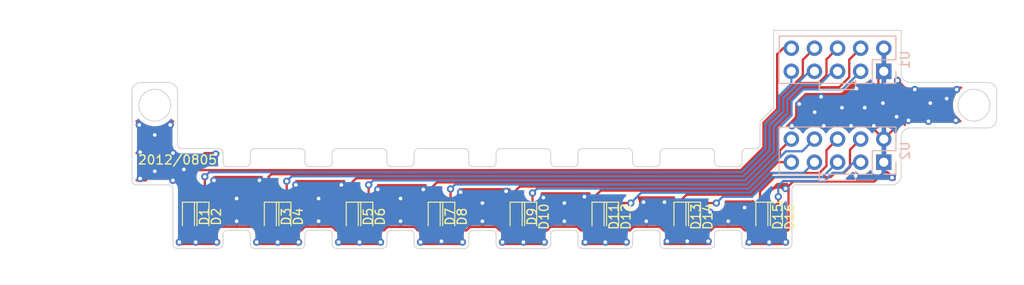
<source format=kicad_pcb>
(kicad_pcb (version 20171130) (host pcbnew "(5.1.6-0-10_14)")
  (layers (0 F.Cu signal) (31 B.Cu signal) (34 B.Paste user) (35 F.Paste user) (36 B.SilkS user) (37 F.SilkS user) (38 B.Mask user) (39 F.Mask user) (44 Edge.Cuts user))
  (net 0 "")
  (net 1 GND)
  (net 2 OUT1)
  (net 3 OUT2)
  (net 4 OUT3)
  (net 5 OUT4)
  (net 6 OUT5)
  (net 7 OUT6)
  (net 8 OUT7)
  (net 9 OUT8)
  (net 10 OUT9)
  (net 11 OUT10)
  (net 12 OUT11)
  (net 13 OUT12)
  (net 14 OUT13)
  (net 15 OUT14)
  (net 16 OUT15)
  (net 17 OUT16)
  (module Pin_Headers:Pin_Header_Straight_2x05_Pitch2.54mm (layer B.Cu) (at 193.095 102 90)
    (fp_text reference U2 (at 1.27 2.33 90) (layer B.SilkS) (effects (justify mirror)))
    (fp_text value Conn_02x05)
    (pad 1 thru_hole rect (at 0 0 90) (size 1.7 1.7) (drill 1) (layers *.Cu *.Mask) (net 1 GND))
    (pad 2 thru_hole oval (at 2.54 0 90) (size 1.7 1.7) (drill 1) (layers *.Cu *.Mask) (net 1 GND))
    (pad 3 thru_hole oval (at 0 -2.54 90) (size 1.7 1.7) (drill 1) (layers *.Cu *.Mask) (net 17 OUT16))
    (pad 4 thru_hole oval (at 2.54 -2.54 90) (size 1.7 1.7) (drill 1) (layers *.Cu *.Mask) (net 16 OUT15))
    (pad 5 thru_hole oval (at 0 -5.08 90) (size 1.7 1.7) (drill 1) (layers *.Cu *.Mask) (net 15 OUT14))
    (pad 6 thru_hole oval (at 2.54 -5.08 90) (size 1.7 1.7) (drill 1) (layers *.Cu *.Mask) (net 14 OUT13))
    (pad 7 thru_hole oval (at 0 -7.62 90) (size 1.7 1.7) (drill 1) (layers *.Cu *.Mask) (net 13 OUT12))
    (pad 8 thru_hole oval (at 2.54 -7.62 90) (size 1.7 1.7) (drill 1) (layers *.Cu *.Mask) (net 11 OUT10))
    (pad 9 thru_hole oval (at 0 -10.16 90) (size 1.7 1.7) (drill 1) (layers *.Cu *.Mask) (net 12 OUT11))
    (pad 10 thru_hole oval (at 2.54 -10.16 90) (size 1.7 1.7) (drill 1) (layers *.Cu *.Mask) (net 10 OUT9))
  )
  (module Pin_Headers:Pin_Header_Straight_2x05_Pitch2.54mm (layer B.Cu) (at 193.095 92 90)
    (fp_text reference U1 (at 1.27 2.33 90) (layer B.SilkS) (effects (justify mirror)))
    (fp_text value Conn_02x05)
    (pad 10 thru_hole oval (at 2.54 -10.16 90) (size 1.7 1.7) (drill 1) (layers *.Cu *.Mask) (net 2 OUT1))
    (pad 9 thru_hole oval (at 0 -10.16 90) (size 1.7 1.7) (drill 1) (layers *.Cu *.Mask) (net 3 OUT2))
    (pad 8 thru_hole oval (at 2.54 -7.62 90) (size 1.7 1.7) (drill 1) (layers *.Cu *.Mask) (net 4 OUT3))
    (pad 7 thru_hole oval (at 0 -7.62 90) (size 1.7 1.7) (drill 1) (layers *.Cu *.Mask) (net 5 OUT4))
    (pad 6 thru_hole oval (at 2.54 -5.08 90) (size 1.7 1.7) (drill 1) (layers *.Cu *.Mask) (net 6 OUT5))
    (pad 5 thru_hole oval (at 0 -5.08 90) (size 1.7 1.7) (drill 1) (layers *.Cu *.Mask) (net 7 OUT6))
    (pad 4 thru_hole oval (at 2.54 -2.54 90) (size 1.7 1.7) (drill 1) (layers *.Cu *.Mask) (net 8 OUT7))
    (pad 3 thru_hole oval (at 0 -2.54 90) (size 1.7 1.7) (drill 1) (layers *.Cu *.Mask) (net 9 OUT8))
    (pad 2 thru_hole oval (at 2.54 0 90) (size 1.7 1.7) (drill 1) (layers *.Cu *.Mask) (net 1 GND))
    (pad 1 thru_hole rect (at 0 0 90) (size 1.7 1.7) (drill 1) (layers *.Cu *.Mask) (net 1 GND))
  )
  (module Diodes_SMD:D_0805 (layer F.Cu) (at 116.8389 108 270)
    (fp_text reference D1 (at 0 -1.6 90) (layer F.SilkS))
    (fp_text value D_Photo)
    (pad 2 smd rect (at 1.05 0 270) (size 0.8 0.9) (layers F.Cu F.Paste F.Mask) (net 1 GND))
    (pad 1 smd rect (at -1.05 0 270) (size 0.8 0.9) (layers F.Cu F.Paste F.Mask) (net 2 OUT1))
  )
  (module Diodes_SMD:D_0805 (layer F.Cu) (at 118.1611 108 270)
    (fp_text reference D2 (at 0 -1.6 90) (layer F.SilkS))
    (fp_text value D_Photo)
    (pad 1 smd rect (at -1.05 0 270) (size 0.8 0.9) (layers F.Cu F.Paste F.Mask) (net 3 OUT2))
    (pad 2 smd rect (at 1.05 0 270) (size 0.8 0.9) (layers F.Cu F.Paste F.Mask) (net 1 GND))
  )
  (module Diodes_SMD:D_0805 (layer F.Cu) (at 125.8389 108 270)
    (fp_text reference D3 (at 0 -1.6 90) (layer F.SilkS))
    (fp_text value D_Photo)
    (pad 2 smd rect (at 1.05 0 270) (size 0.8 0.9) (layers F.Cu F.Paste F.Mask) (net 1 GND))
    (pad 1 smd rect (at -1.05 0 270) (size 0.8 0.9) (layers F.Cu F.Paste F.Mask) (net 4 OUT3))
  )
  (module Diodes_SMD:D_0805 (layer F.Cu) (at 127.1611 108 270)
    (fp_text reference D4 (at 0 -1.6 90) (layer F.SilkS))
    (fp_text value D_Photo)
    (pad 1 smd rect (at -1.05 0 270) (size 0.8 0.9) (layers F.Cu F.Paste F.Mask) (net 5 OUT4))
    (pad 2 smd rect (at 1.05 0 270) (size 0.8 0.9) (layers F.Cu F.Paste F.Mask) (net 1 GND))
  )
  (module Diodes_SMD:D_0805 (layer F.Cu) (at 134.8389 108 270)
    (fp_text reference D5 (at 0 -1.6 90) (layer F.SilkS))
    (fp_text value D_Photo)
    (pad 2 smd rect (at 1.05 0 270) (size 0.8 0.9) (layers F.Cu F.Paste F.Mask) (net 1 GND))
    (pad 1 smd rect (at -1.05 0 270) (size 0.8 0.9) (layers F.Cu F.Paste F.Mask) (net 6 OUT5))
  )
  (module Diodes_SMD:D_0805 (layer F.Cu) (at 136.1611 108 270)
    (fp_text reference D6 (at 0 -1.6 90) (layer F.SilkS))
    (fp_text value D_Photo)
    (pad 1 smd rect (at -1.05 0 270) (size 0.8 0.9) (layers F.Cu F.Paste F.Mask) (net 7 OUT6))
    (pad 2 smd rect (at 1.05 0 270) (size 0.8 0.9) (layers F.Cu F.Paste F.Mask) (net 1 GND))
  )
  (module Diodes_SMD:D_0805 (layer F.Cu) (at 143.8389 108 270)
    (fp_text reference D7 (at 0 -1.6 90) (layer F.SilkS))
    (fp_text value D_Photo)
    (pad 2 smd rect (at 1.05 0 270) (size 0.8 0.9) (layers F.Cu F.Paste F.Mask) (net 1 GND))
    (pad 1 smd rect (at -1.05 0 270) (size 0.8 0.9) (layers F.Cu F.Paste F.Mask) (net 8 OUT7))
  )
  (module Diodes_SMD:D_0805 (layer F.Cu) (at 145.1611 108 270)
    (fp_text reference D8 (at 0 -1.6 90) (layer F.SilkS))
    (fp_text value D_Photo)
    (pad 1 smd rect (at -1.05 0 270) (size 0.8 0.9) (layers F.Cu F.Paste F.Mask) (net 9 OUT8))
    (pad 2 smd rect (at 1.05 0 270) (size 0.8 0.9) (layers F.Cu F.Paste F.Mask) (net 1 GND))
  )
  (module Diodes_SMD:D_0805 (layer F.Cu) (at 152.8389 108 270)
    (fp_text reference D9 (at 0 -1.6 90) (layer F.SilkS))
    (fp_text value D_Photo)
    (pad 2 smd rect (at 1.05 0 270) (size 0.8 0.9) (layers F.Cu F.Paste F.Mask) (net 1 GND))
    (pad 1 smd rect (at -1.05 0 270) (size 0.8 0.9) (layers F.Cu F.Paste F.Mask) (net 10 OUT9))
  )
  (module Diodes_SMD:D_0805 (layer F.Cu) (at 154.1611 108 270)
    (fp_text reference D10 (at 0 -1.6 90) (layer F.SilkS))
    (fp_text value D_Photo)
    (pad 1 smd rect (at -1.05 0 270) (size 0.8 0.9) (layers F.Cu F.Paste F.Mask) (net 11 OUT10))
    (pad 2 smd rect (at 1.05 0 270) (size 0.8 0.9) (layers F.Cu F.Paste F.Mask) (net 1 GND))
  )
  (module Diodes_SMD:D_0805 (layer F.Cu) (at 161.8389 108 270)
    (fp_text reference D11 (at 0 -1.6 90) (layer F.SilkS))
    (fp_text value D_Photo)
    (pad 2 smd rect (at 1.05 0 270) (size 0.8 0.9) (layers F.Cu F.Paste F.Mask) (net 1 GND))
    (pad 1 smd rect (at -1.05 0 270) (size 0.8 0.9) (layers F.Cu F.Paste F.Mask) (net 12 OUT11))
  )
  (module Diodes_SMD:D_0805 (layer F.Cu) (at 163.1611 108 270)
    (fp_text reference D12 (at 0 -1.6 90) (layer F.SilkS))
    (fp_text value D_Photo)
    (pad 1 smd rect (at -1.05 0 270) (size 0.8 0.9) (layers F.Cu F.Paste F.Mask) (net 13 OUT12))
    (pad 2 smd rect (at 1.05 0 270) (size 0.8 0.9) (layers F.Cu F.Paste F.Mask) (net 1 GND))
  )
  (module Diodes_SMD:D_0805 (layer F.Cu) (at 170.8389 108 270)
    (fp_text reference D13 (at 0 -1.6 90) (layer F.SilkS))
    (fp_text value D_Photo)
    (pad 2 smd rect (at 1.05 0 270) (size 0.8 0.9) (layers F.Cu F.Paste F.Mask) (net 1 GND))
    (pad 1 smd rect (at -1.05 0 270) (size 0.8 0.9) (layers F.Cu F.Paste F.Mask) (net 14 OUT13))
  )
  (module Diodes_SMD:D_0805 (layer F.Cu) (at 172.1611 108 270)
    (fp_text reference D14 (at 0 -1.6 90) (layer F.SilkS))
    (fp_text value D_Photo)
    (pad 1 smd rect (at -1.05 0 270) (size 0.8 0.9) (layers F.Cu F.Paste F.Mask) (net 15 OUT14))
    (pad 2 smd rect (at 1.05 0 270) (size 0.8 0.9) (layers F.Cu F.Paste F.Mask) (net 1 GND))
  )
  (module Diodes_SMD:D_0805 (layer F.Cu) (at 179.8389 108 270)
    (fp_text reference D15 (at 0 -1.6 90) (layer F.SilkS))
    (fp_text value D_Photo)
    (pad 1 smd rect (at -1.05 0 270) (size 0.8 0.9) (layers F.Cu F.Paste F.Mask) (net 16 OUT15))
    (pad 2 smd rect (at 1.05 0 270) (size 0.8 0.9) (layers F.Cu F.Paste F.Mask) (net 1 GND))
  )
  (module Diodes_SMD:D_0805 (layer F.Cu) (at 181.1611 108 270)
    (fp_text reference D16 (at 0 -1.6 90) (layer F.SilkS))
    (fp_text value D_Photo)
    (pad 1 smd rect (at -1.05 0 270) (size 0.8 0.9) (layers F.Cu F.Paste F.Mask) (net 17 OUT16))
    (pad 2 smd rect (at 1.05 0 270) (size 0.8 0.9) (layers F.Cu F.Paste F.Mask) (net 1 GND))
  )
  (gr_text 2012/0805 (at 115.5 101.75) (layer F.SilkS) (effects (font (size 1 1))))
  (gr_line (start 190 104) (end 190 103) (layer B.SilkS) (width 0.15))
  (gr_line (start 186 104) (end 190 104) (layer B.SilkS) (width 0.15))
  (gr_line (start 186 103) (end 186 104) (layer B.SilkS) (width 0.15))
  (gr_line (start 190 94) (end 190 93) (layer B.SilkS) (width 0.15))
  (gr_line (start 186 94) (end 190 94) (layer B.SilkS) (width 0.15))
  (gr_line (start 186 93) (end 186 94) (layer B.SilkS) (width 0.15))
  (gr_arc (start 179 100) (end 179 100.5) (angle -90) (layer Edge.Cuts) (width 0.1))
  (gr_line (start 178 100.5) (end 179 100.5) (layer Edge.Cuts) (width 0.1))
  (gr_line (start 115 105) (end 115 111) (layer Edge.Cuts) (width 0.1))
  (gr_arc (start 111 104) (end 110.5 104) (angle -90) (layer Edge.Cuts) (width 0.1))
  (gr_arc (start 194 103.5) (end 194 104.5) (angle -90) (layer Edge.Cuts) (width 0.1))
  (gr_line (start 183.5 104.5) (end 194 104.5) (layer Edge.Cuts) (width 0.1))
  (gr_line (start 175 109.5) (end 177 109.5) (layer Edge.Cuts) (width 0.1))
  (gr_line (start 166 109.5) (end 168 109.5) (layer Edge.Cuts) (width 0.1))
  (gr_line (start 157 109.5) (end 159 109.5) (layer Edge.Cuts) (width 0.1))
  (gr_line (start 148 109.5) (end 150 109.5) (layer Edge.Cuts) (width 0.1))
  (gr_line (start 139 109.5) (end 141 109.5) (layer Edge.Cuts) (width 0.1))
  (gr_line (start 130 109.5) (end 132 109.5) (layer Edge.Cuts) (width 0.1))
  (gr_line (start 121 109.5) (end 123 109.5) (layer Edge.Cuts) (width 0.1))
  (gr_line (start 111 104.5) (end 114.5 104.5) (layer Edge.Cuts) (width 0.1))
  (gr_line (start 121 102.5) (end 123 102.5) (layer Edge.Cuts) (width 0.1))
  (gr_line (start 130 102.5) (end 132 102.5) (layer Edge.Cuts) (width 0.1))
  (gr_line (start 139 102.5) (end 141 102.5) (layer Edge.Cuts) (width 0.1))
  (gr_line (start 150 102.5) (end 148 102.5) (layer Edge.Cuts) (width 0.1))
  (gr_line (start 159 102.5) (end 157 102.5) (layer Edge.Cuts) (width 0.1))
  (gr_line (start 168 102.5) (end 166 102.5) (layer Edge.Cuts) (width 0.1))
  (gr_line (start 177 102.5) (end 175 102.5) (layer Edge.Cuts) (width 0.1))
  (gr_line (start 116 100.5) (end 120 100.5) (layer Edge.Cuts) (width 0.1))
  (gr_arc (start 177 102) (end 177 102.5) (angle -90) (layer Edge.Cuts) (width 0.1))
  (gr_arc (start 178 101) (end 178 100.5) (angle -90) (layer Edge.Cuts) (width 0.1))
  (gr_line (start 177.5 101) (end 177.5 102) (layer Edge.Cuts) (width 0.1))
  (gr_arc (start 121 102) (end 120.5 102) (angle -90) (layer Edge.Cuts) (width 0.1))
  (gr_arc (start 120 101) (end 120.5 101) (angle -90) (layer Edge.Cuts) (width 0.1))
  (gr_arc (start 116 100) (end 115.5 100) (angle -90) (layer Edge.Cuts) (width 0.1))
  (gr_line (start 120.5 101) (end 120.5 102) (layer Edge.Cuts) (width 0.1))
  (gr_line (start 123.5 101) (end 123.5 102) (layer Edge.Cuts) (width 0.1))
  (gr_line (start 124 100.5) (end 129 100.5) (layer Edge.Cuts) (width 0.1))
  (gr_arc (start 124 101) (end 124 100.5) (angle -90) (layer Edge.Cuts) (width 0.1))
  (gr_arc (start 130 102) (end 129.5 102) (angle -90) (layer Edge.Cuts) (width 0.1))
  (gr_arc (start 129 101) (end 129.5 101) (angle -90) (layer Edge.Cuts) (width 0.1))
  (gr_line (start 129.5 101) (end 129.5 102) (layer Edge.Cuts) (width 0.1))
  (gr_arc (start 123 102) (end 123 102.5) (angle -90) (layer Edge.Cuts) (width 0.1))
  (gr_arc (start 132 102) (end 132 102.5) (angle -90) (layer Edge.Cuts) (width 0.1))
  (gr_arc (start 133 101) (end 133 100.5) (angle -90) (layer Edge.Cuts) (width 0.1))
  (gr_line (start 133 100.5) (end 138 100.5) (layer Edge.Cuts) (width 0.1))
  (gr_line (start 138.5 101) (end 138.5 102) (layer Edge.Cuts) (width 0.1))
  (gr_arc (start 139 102) (end 138.5 102) (angle -90) (layer Edge.Cuts) (width 0.1))
  (gr_arc (start 138 101) (end 138.5 101) (angle -90) (layer Edge.Cuts) (width 0.1))
  (gr_line (start 132.5 101) (end 132.5 102) (layer Edge.Cuts) (width 0.1))
  (gr_arc (start 148 102) (end 147.5 102) (angle -90) (layer Edge.Cuts) (width 0.1))
  (gr_line (start 141.5 101) (end 141.5 102) (layer Edge.Cuts) (width 0.1))
  (gr_arc (start 147 101) (end 147.5 101) (angle -90) (layer Edge.Cuts) (width 0.1))
  (gr_arc (start 141 102) (end 141 102.5) (angle -90) (layer Edge.Cuts) (width 0.1))
  (gr_line (start 147.5 101) (end 147.5 102) (layer Edge.Cuts) (width 0.1))
  (gr_line (start 142 100.5) (end 147 100.5) (layer Edge.Cuts) (width 0.1))
  (gr_arc (start 142 101) (end 142 100.5) (angle -90) (layer Edge.Cuts) (width 0.1))
  (gr_arc (start 150 102) (end 150 102.5) (angle -90) (layer Edge.Cuts) (width 0.1))
  (gr_arc (start 151 101) (end 151 100.5) (angle -90) (layer Edge.Cuts) (width 0.1))
  (gr_line (start 151 100.5) (end 156 100.5) (layer Edge.Cuts) (width 0.1))
  (gr_arc (start 156 101) (end 156.5 101) (angle -90) (layer Edge.Cuts) (width 0.1))
  (gr_arc (start 157 102) (end 156.5 102) (angle -90) (layer Edge.Cuts) (width 0.1))
  (gr_line (start 150.5 101) (end 150.5 102) (layer Edge.Cuts) (width 0.1))
  (gr_line (start 156.5 101) (end 156.5 102) (layer Edge.Cuts) (width 0.1))
  (gr_arc (start 159 102) (end 159 102.5) (angle -90) (layer Edge.Cuts) (width 0.1))
  (gr_arc (start 160 101) (end 160 100.5) (angle -90) (layer Edge.Cuts) (width 0.1))
  (gr_line (start 165.5 101) (end 165.5 102) (layer Edge.Cuts) (width 0.1))
  (gr_arc (start 165 101) (end 165.5 101) (angle -90) (layer Edge.Cuts) (width 0.1))
  (gr_line (start 160 100.5) (end 165 100.5) (layer Edge.Cuts) (width 0.1))
  (gr_arc (start 166 102) (end 165.5 102) (angle -90) (layer Edge.Cuts) (width 0.1))
  (gr_line (start 159.5 101) (end 159.5 102) (layer Edge.Cuts) (width 0.1))
  (gr_arc (start 169 101) (end 169 100.5) (angle -90) (layer Edge.Cuts) (width 0.1))
  (gr_arc (start 168 102) (end 168 102.5) (angle -90) (layer Edge.Cuts) (width 0.1))
  (gr_arc (start 175 102) (end 174.5 102) (angle -90) (layer Edge.Cuts) (width 0.1))
  (gr_line (start 168.5 101) (end 168.5 102) (layer Edge.Cuts) (width 0.1))
  (gr_line (start 174.5 101) (end 174.5 102) (layer Edge.Cuts) (width 0.1))
  (gr_arc (start 174 101) (end 174.5 101) (angle -90) (layer Edge.Cuts) (width 0.1))
  (gr_line (start 169 100.5) (end 174 100.5) (layer Edge.Cuts) (width 0.1))
  (gr_arc (start 177 110) (end 177.5 110) (angle -90) (layer Edge.Cuts) (width 0.1))
  (gr_line (start 177.5 111) (end 177.5 110) (layer Edge.Cuts) (width 0.1))
  (gr_arc (start 178 111) (end 177.5 111) (angle -90) (layer Edge.Cuts) (width 0.1))
  (gr_arc (start 183.5 105) (end 183.5 104.5) (angle -90) (layer Edge.Cuts) (width 0.1))
  (gr_line (start 182.5 111.5) (end 178 111.5) (layer Edge.Cuts) (width 0.1))
  (gr_line (start 183 111) (end 183 105) (layer Edge.Cuts) (width 0.1))
  (gr_arc (start 182.5 111) (end 182.5 111.5) (angle -90) (layer Edge.Cuts) (width 0.1))
  (gr_line (start 174.5 111) (end 174.5 110) (layer Edge.Cuts) (width 0.1))
  (gr_arc (start 175 110) (end 175 109.5) (angle -90) (layer Edge.Cuts) (width 0.1))
  (gr_arc (start 168 110) (end 168.5 110) (angle -90) (layer Edge.Cuts) (width 0.1))
  (gr_line (start 168.5 111) (end 168.5 110) (layer Edge.Cuts) (width 0.1))
  (gr_arc (start 174 111) (end 174 111.5) (angle -90) (layer Edge.Cuts) (width 0.1))
  (gr_arc (start 169 111) (end 168.5 111) (angle -90) (layer Edge.Cuts) (width 0.1))
  (gr_line (start 174 111.5) (end 169 111.5) (layer Edge.Cuts) (width 0.1))
  (gr_arc (start 166 110) (end 166 109.5) (angle -90) (layer Edge.Cuts) (width 0.1))
  (gr_line (start 159.5 111) (end 159.5 110) (layer Edge.Cuts) (width 0.1))
  (gr_arc (start 165 111) (end 165 111.5) (angle -90) (layer Edge.Cuts) (width 0.1))
  (gr_line (start 165 111.5) (end 160 111.5) (layer Edge.Cuts) (width 0.1))
  (gr_arc (start 159 110) (end 159.5 110) (angle -90) (layer Edge.Cuts) (width 0.1))
  (gr_arc (start 160 111) (end 159.5 111) (angle -90) (layer Edge.Cuts) (width 0.1))
  (gr_line (start 165.5 111) (end 165.5 110) (layer Edge.Cuts) (width 0.1))
  (gr_arc (start 150 110) (end 150.5 110) (angle -90) (layer Edge.Cuts) (width 0.1))
  (gr_arc (start 151 111) (end 150.5 111) (angle -90) (layer Edge.Cuts) (width 0.1))
  (gr_line (start 156.5 111) (end 156.5 110) (layer Edge.Cuts) (width 0.1))
  (gr_arc (start 156 111) (end 156 111.5) (angle -90) (layer Edge.Cuts) (width 0.1))
  (gr_line (start 156 111.5) (end 151 111.5) (layer Edge.Cuts) (width 0.1))
  (gr_arc (start 157 110) (end 157 109.5) (angle -90) (layer Edge.Cuts) (width 0.1))
  (gr_line (start 150.5 111) (end 150.5 110) (layer Edge.Cuts) (width 0.1))
  (gr_line (start 147.5 111) (end 147.5 110) (layer Edge.Cuts) (width 0.1))
  (gr_arc (start 141 110) (end 141.5 110) (angle -90) (layer Edge.Cuts) (width 0.1))
  (gr_line (start 141.5 111) (end 141.5 110) (layer Edge.Cuts) (width 0.1))
  (gr_arc (start 148 110) (end 148 109.5) (angle -90) (layer Edge.Cuts) (width 0.1))
  (gr_arc (start 147 111) (end 147 111.5) (angle -90) (layer Edge.Cuts) (width 0.1))
  (gr_line (start 147 111.5) (end 142 111.5) (layer Edge.Cuts) (width 0.1))
  (gr_arc (start 142 111) (end 141.5 111) (angle -90) (layer Edge.Cuts) (width 0.1))
  (gr_line (start 138.5 111) (end 138.5 110) (layer Edge.Cuts) (width 0.1))
  (gr_arc (start 139 110) (end 139 109.5) (angle -90) (layer Edge.Cuts) (width 0.1))
  (gr_arc (start 138 111) (end 138 111.5) (angle -90) (layer Edge.Cuts) (width 0.1))
  (gr_line (start 138 111.5) (end 133 111.5) (layer Edge.Cuts) (width 0.1))
  (gr_arc (start 132 110) (end 132.5 110) (angle -90) (layer Edge.Cuts) (width 0.1))
  (gr_line (start 132.5 111) (end 132.5 110) (layer Edge.Cuts) (width 0.1))
  (gr_arc (start 133 111) (end 132.5 111) (angle -90) (layer Edge.Cuts) (width 0.1))
  (gr_line (start 129.5 111) (end 129.5 110) (layer Edge.Cuts) (width 0.1))
  (gr_arc (start 130 110) (end 130 109.5) (angle -90) (layer Edge.Cuts) (width 0.1))
  (gr_arc (start 129 111) (end 129 111.5) (angle -90) (layer Edge.Cuts) (width 0.1))
  (gr_line (start 123.5 111) (end 123.5 110) (layer Edge.Cuts) (width 0.1))
  (gr_arc (start 123 110) (end 123.5 110) (angle -90) (layer Edge.Cuts) (width 0.1))
  (gr_line (start 129 111.5) (end 124 111.5) (layer Edge.Cuts) (width 0.1))
  (gr_arc (start 124 111) (end 123.5 111) (angle -90) (layer Edge.Cuts) (width 0.1))
  (gr_arc (start 121 110) (end 121 109.5) (angle -90) (layer Edge.Cuts) (width 0.1))
  (gr_arc (start 114.5 105) (end 115 105) (angle -90) (layer Edge.Cuts) (width 0.1))
  (gr_line (start 120.5 111) (end 120.5 110) (layer Edge.Cuts) (width 0.1))
  (gr_arc (start 120 111) (end 120 111.5) (angle -90) (layer Edge.Cuts) (width 0.1))
  (gr_arc (start 115.5 111) (end 115 111) (angle -90) (layer Edge.Cuts) (width 0.1))
  (gr_line (start 120 111.5) (end 115.5 111.5) (layer Edge.Cuts) (width 0.1))
  (gr_arc (start 114.5 94.23) (end 115.5 94.23) (angle -90) (layer Edge.Cuts) (width 0.1))
  (gr_arc (start 111.5 94.23) (end 111.5 93.23) (angle -90) (layer Edge.Cuts) (width 0.1))
  (gr_line (start 111.5 93.23) (end 114.5 93.23) (layer Edge.Cuts) (width 0.1))
  (gr_line (start 110.5 104) (end 110.5 94.23) (layer Edge.Cuts) (width 0.1))
  (gr_line (start 115.5 100) (end 115.5 94.23) (layer Edge.Cuts) (width 0.1))
  (gr_circle (center 113 95.73) (end 114.75 95.73) (layer Edge.Cuts) (width 0.1))
  (gr_circle (center 203 95.73) (end 204.75 95.73) (layer Edge.Cuts) (width 0.1))
  (gr_arc (start 196 92.23) (end 195 92.23) (angle -90) (layer Edge.Cuts) (width 0.1))
  (gr_arc (start 196 99.23) (end 196 98.23) (angle -90) (layer Edge.Cuts) (width 0.1))
  (gr_line (start 195 92.23) (end 195 87.5) (layer Edge.Cuts) (width 0.1))
  (gr_arc (start 204.5 97.23) (end 204.5 98.23) (angle -90) (layer Edge.Cuts) (width 0.1))
  (gr_arc (start 204.5 94.23) (end 205.5 94.23) (angle -90) (layer Edge.Cuts) (width 0.1))
  (gr_line (start 196 98.23) (end 204.5 98.23) (layer Edge.Cuts) (width 0.1))
  (gr_line (start 205.5 94.23) (end 205.5 97.23) (layer Edge.Cuts) (width 0.1))
  (gr_line (start 196 93.23) (end 204.5 93.23) (layer Edge.Cuts) (width 0.1))
  (gr_line (start 181 96) (end 181 93) (layer Edge.Cuts) (width 0.1))
  (gr_line (start 179.5 97.5) (end 181 96) (layer Edge.Cuts) (width 0.1))
  (gr_line (start 179.5 100) (end 179.5 97.5) (layer Edge.Cuts) (width 0.1))
  (gr_line (start 181 87.5) (end 195 87.5) (layer Edge.Cuts) (width 0.1))
  (gr_line (start 181 93) (end 181 87.5) (layer Edge.Cuts) (width 0.1))
  (gr_line (start 195 103.5) (end 195 99.23) (layer Edge.Cuts) (width 0.1))
  (via (at 111.3 97.9) (size 0.8) (drill 0.4) (layers F.Cu B.Cu) (net 1))
  (segment (start 152.5 109.5) (end 154.5 109.5) (width 0.25) (layer F.Cu) (net 1))
  (segment (start 170.5 109.5) (end 172.5 109.5) (width 0.25) (layer F.Cu) (net 1))
  (segment (start 193.095 99.46) (end 193.095 102) (width 0.25) (layer F.Cu) (net 1))
  (via (at 194.5 97) (size 0.8) (drill 0.4) (layers F.Cu B.Cu) (net 1))
  (via (at 189.5 98) (size 0.8) (drill 0.4) (layers F.Cu B.Cu) (net 1))
  (segment (start 194.5 98.055) (end 194.5 97) (width 0.25) (layer F.Cu) (net 1))
  (segment (start 193.095 99.46) (end 194.5 98.055) (width 0.25) (layer F.Cu) (net 1))
  (segment (start 194.5 96) (end 192.5 94) (width 0.25) (layer F.Cu) (net 1))
  (segment (start 194.5 97) (end 194.5 96) (width 0.25) (layer F.Cu) (net 1))
  (segment (start 192.5 92.595) (end 193.095 92) (width 0.25) (layer F.Cu) (net 1))
  (segment (start 192.5 94) (end 192.5 92.595) (width 0.25) (layer F.Cu) (net 1))
  (segment (start 193.095 89.46) (end 193.095 92) (width 0.25) (layer F.Cu) (net 1))
  (via (at 195.8 97.4) (size 0.8) (drill 0.4) (layers F.Cu B.Cu) (net 1))
  (via (at 194.6 93) (size 0.8) (drill 0.4) (layers F.Cu B.Cu) (net 1))
  (via (at 201.1 94) (size 0.8) (drill 0.4) (layers F.Cu B.Cu) (net 1))
  (via (at 198.2 95.5) (size 0.8) (drill 0.4) (layers F.Cu B.Cu) (net 1))
  (via (at 196.5 94) (size 0.8) (drill 0.4) (layers F.Cu B.Cu) (net 1))
  (via (at 200 95) (size 0.8) (drill 0.4) (layers F.Cu B.Cu) (net 1))
  (segment (start 196.1 94.5) (end 196.5 94.5) (width 0.25) (layer F.Cu) (net 1))
  (segment (start 199.5 94.5) (end 200 95) (width 0.25) (layer F.Cu) (net 1))
  (segment (start 201.2 93.8) (end 200 95) (width 0.25) (layer F.Cu) (net 1))
  (segment (start 201.6 93.8) (end 201.2 93.8) (width 0.25) (layer F.Cu) (net 1))
  (segment (start 200 96) (end 200 95) (width 0.25) (layer F.Cu) (net 1))
  (segment (start 198.2 94.5) (end 199.5 94.5) (width 0.25) (layer F.Cu) (net 1))
  (segment (start 198.2 96.3) (end 198.2 94.5) (width 0.25) (layer F.Cu) (net 1))
  (segment (start 196.5 94.5) (end 198.2 94.5) (width 0.25) (layer F.Cu) (net 1))
  (segment (start 195.4 94.4) (end 195.7 94.1) (width 0.25) (layer F.Cu) (net 1))
  (segment (start 195.7 94.1) (end 196.1 94.5) (width 0.25) (layer F.Cu) (net 1))
  (segment (start 194.6 93) (end 195.7 94.1) (width 0.25) (layer F.Cu) (net 1))
  (segment (start 194.5 97) (end 195.4 97) (width 0.25) (layer F.Cu) (net 1))
  (segment (start 195.4 97) (end 195.4 94.4) (width 0.25) (layer F.Cu) (net 1))
  (segment (start 195.4 97.9) (end 195.4 97) (width 0.25) (layer F.Cu) (net 1))
  (segment (start 118.5 109.5) (end 119.8 109.5) (width 0.25) (layer F.Cu) (net 1))
  (segment (start 119.8 109.5) (end 120.192144 109.107856) (width 0.25) (layer F.Cu) (net 1))
  (segment (start 124.2 109.5) (end 125.5 109.5) (width 0.25) (layer F.Cu) (net 1))
  (segment (start 123.807856 109.107856) (end 124.2 109.5) (width 0.25) (layer F.Cu) (net 1))
  (segment (start 127.5 109.5) (end 129.1 109.5) (width 0.25) (layer F.Cu) (net 1))
  (segment (start 129.1 109.5) (end 129.492144 109.107856) (width 0.25) (layer F.Cu) (net 1))
  (segment (start 132.9 109.5) (end 134.5 109.5) (width 0.25) (layer F.Cu) (net 1))
  (segment (start 132.507856 109.107856) (end 132.9 109.5) (width 0.25) (layer F.Cu) (net 1))
  (segment (start 136.5 109.5) (end 138.2 109.5) (width 0.25) (layer F.Cu) (net 1))
  (segment (start 138.2 109.5) (end 138.575754 109.124246) (width 0.25) (layer F.Cu) (net 1))
  (segment (start 141.9 109.5) (end 143.5 109.5) (width 0.25) (layer F.Cu) (net 1))
  (segment (start 141.524246 109.124246) (end 141.9 109.5) (width 0.25) (layer F.Cu) (net 1))
  (segment (start 150.9 109.5) (end 152.5 109.5) (width 0.25) (layer F.Cu) (net 1))
  (segment (start 147.261496 109.5) (end 147.63725 109.124246) (width 0.25) (layer F.Cu) (net 1))
  (segment (start 150.524246 109.124246) (end 150.9 109.5) (width 0.25) (layer F.Cu) (net 1))
  (segment (start 145.5 109.5) (end 147.261496 109.5) (width 0.25) (layer F.Cu) (net 1))
  (segment (start 154.5 109.5) (end 156.1 109.5) (width 0.25) (layer F.Cu) (net 1))
  (segment (start 156.492144 109.107856) (end 159.407856 109.107856) (width 0.25) (layer F.Cu) (net 1))
  (segment (start 156.1 109.5) (end 156.492144 109.107856) (width 0.25) (layer F.Cu) (net 1))
  (segment (start 159.8 109.5) (end 161.5 109.5) (width 0.25) (layer F.Cu) (net 1))
  (segment (start 159.407856 109.107856) (end 159.8 109.5) (width 0.25) (layer F.Cu) (net 1))
  (segment (start 163.5 109.5) (end 165.2 109.5) (width 0.25) (layer F.Cu) (net 1))
  (segment (start 165.2 109.5) (end 165.592144 109.107856) (width 0.25) (layer F.Cu) (net 1))
  (segment (start 168.9 109.5) (end 170.5 109.5) (width 0.25) (layer F.Cu) (net 1))
  (segment (start 168.507856 109.107856) (end 168.9 109.5) (width 0.25) (layer F.Cu) (net 1))
  (segment (start 172.5 109.5) (end 174.1 109.5) (width 0.25) (layer F.Cu) (net 1))
  (segment (start 174.1 109.5) (end 174.492144 109.107856) (width 0.25) (layer F.Cu) (net 1))
  (segment (start 177.8 109.5) (end 179.5 109.5) (width 0.25) (layer F.Cu) (net 1))
  (segment (start 177.407856 109.107856) (end 177.8 109.5) (width 0.25) (layer F.Cu) (net 1))
  (segment (start 182.55 109.5) (end 182.625001 109.424999) (width 0.25) (layer F.Cu) (net 1))
  (segment (start 182.625001 109.424999) (end 182.625001 105.474999) (width 0.25) (layer F.Cu) (net 1))
  (segment (start 181.5 109.5) (end 182.55 109.5) (width 0.25) (layer F.Cu) (net 1))
  (via (at 114.7 97.9) (size 0.8) (drill 0.4) (layers F.Cu B.Cu) (net 1))
  (via (at 111.4 100.9) (size 0.8) (drill 0.4) (layers F.Cu B.Cu) (net 1))
  (via (at 111.4 103.8) (size 0.8) (drill 0.4) (layers F.Cu B.Cu) (net 1))
  (via (at 119.7 101.1) (size 0.8) (drill 0.4) (layers F.Cu B.Cu) (net 1))
  (via (at 115 101) (size 0.8) (drill 0.4) (layers F.Cu B.Cu) (net 1))
  (via (at 115 104) (size 0.8) (drill 0.4) (layers F.Cu B.Cu) (net 1))
  (via (at 119.5 104) (size 0.8) (drill 0.4) (layers F.Cu B.Cu) (net 1))
  (via (at 124.5 104) (size 0.8) (drill 0.4) (layers F.Cu B.Cu) (net 1))
  (via (at 122 108.5) (size 0.8) (drill 0.4) (layers F.Cu B.Cu) (net 1))
  (via (at 117.5 110.8) (size 0.8) (drill 0.4) (layers F.Cu B.Cu) (net 1))
  (via (at 126.5 110.8) (size 0.8) (drill 0.4) (layers F.Cu B.Cu) (net 1))
  (via (at 135.5 110.8) (size 0.8) (drill 0.4) (layers F.Cu B.Cu) (net 1))
  (via (at 144.5 110.7) (size 0.8) (drill 0.4) (layers F.Cu B.Cu) (net 1))
  (via (at 153.5 110.8) (size 0.8) (drill 0.4) (layers F.Cu B.Cu) (net 1))
  (via (at 162.5 110.8) (size 0.8) (drill 0.4) (layers F.Cu B.Cu) (net 1))
  (via (at 171.5 110.7) (size 0.8) (drill 0.4) (layers F.Cu B.Cu) (net 1))
  (via (at 180.5 110.8) (size 0.8) (drill 0.4) (layers F.Cu B.Cu) (net 1))
  (via (at 182.3 110.8) (size 0.8) (drill 0.4) (layers F.Cu B.Cu) (net 1))
  (via (at 178.3 110.8) (size 0.8) (drill 0.4) (layers F.Cu B.Cu) (net 1))
  (via (at 173.8 110.7) (size 0.8) (drill 0.4) (layers F.Cu B.Cu) (net 1))
  (via (at 169.3 110.7) (size 0.8) (drill 0.4) (layers F.Cu B.Cu) (net 1))
  (via (at 164.8 110.8) (size 0.8) (drill 0.4) (layers F.Cu B.Cu) (net 1))
  (via (at 160.3 110.8) (size 0.8) (drill 0.4) (layers F.Cu B.Cu) (net 1))
  (via (at 155.8 110.8) (size 0.8) (drill 0.4) (layers F.Cu B.Cu) (net 1))
  (via (at 151.2 110.8) (size 0.8) (drill 0.4) (layers F.Cu B.Cu) (net 1))
  (via (at 146.8 110.8) (size 0.8) (drill 0.4) (layers F.Cu B.Cu) (net 1))
  (via (at 142.2 110.8) (size 0.8) (drill 0.4) (layers F.Cu B.Cu) (net 1))
  (via (at 137.8 110.8) (size 0.8) (drill 0.4) (layers F.Cu B.Cu) (net 1))
  (via (at 133.2 110.8) (size 0.8) (drill 0.4) (layers F.Cu B.Cu) (net 1))
  (via (at 128.8 110.8) (size 0.8) (drill 0.4) (layers F.Cu B.Cu) (net 1))
  (via (at 124.2 110.8) (size 0.8) (drill 0.4) (layers F.Cu B.Cu) (net 1))
  (via (at 119.8 110.8) (size 0.8) (drill 0.4) (layers F.Cu B.Cu) (net 1))
  (via (at 115.7 110.8) (size 0.8) (drill 0.4) (layers F.Cu B.Cu) (net 1))
  (via (at 122 106) (size 0.8) (drill 0.4) (layers F.Cu B.Cu) (net 1))
  (via (at 131 106) (size 0.8) (drill 0.4) (layers F.Cu B.Cu) (net 1))
  (via (at 131 108.5) (size 0.8) (drill 0.4) (layers F.Cu B.Cu) (net 1))
  (via (at 128.5 104.5) (size 0.8) (drill 0.4) (layers F.Cu B.Cu) (net 1))
  (via (at 133.5 104.5) (size 0.8) (drill 0.4) (layers F.Cu B.Cu) (net 1))
  (via (at 140 108.5) (size 0.8) (drill 0.4) (layers F.Cu B.Cu) (net 1))
  (via (at 140 106) (size 0.8) (drill 0.4) (layers F.Cu B.Cu) (net 1))
  (via (at 142.5 105) (size 0.8) (drill 0.4) (layers F.Cu B.Cu) (net 1))
  (via (at 137.5 105) (size 0.8) (drill 0.4) (layers F.Cu B.Cu) (net 1))
  (via (at 149 108.5) (size 0.8) (drill 0.4) (layers F.Cu B.Cu) (net 1))
  (via (at 149 106.5) (size 0.8) (drill 0.4) (layers F.Cu B.Cu) (net 1))
  (via (at 146.6 105.3) (size 0.8) (drill 0.4) (layers F.Cu B.Cu) (net 1))
  (via (at 151.6 105.2) (size 0.8) (drill 0.4) (layers F.Cu B.Cu) (net 1))
  (via (at 158 108.5) (size 0.8) (drill 0.4) (layers F.Cu B.Cu) (net 1))
  (via (at 158 106.5) (size 0.8) (drill 0.4) (layers F.Cu B.Cu) (net 1))
  (via (at 155.7 105.9) (size 0.8) (drill 0.4) (layers F.Cu B.Cu) (net 1))
  (via (at 160.2 105.8) (size 0.8) (drill 0.4) (layers F.Cu B.Cu) (net 1))
  (via (at 176 108.5) (size 0.8) (drill 0.4) (layers F.Cu B.Cu) (net 1))
  (via (at 174 107.5) (size 0.8) (drill 0.4) (layers F.Cu B.Cu) (net 1))
  (via (at 177.8 107) (size 0.8) (drill 0.4) (layers F.Cu B.Cu) (net 1))
  (via (at 190 103.5) (size 0.8) (drill 0.4) (layers F.Cu B.Cu) (net 1))
  (via (at 183.8 95.6) (size 0.8) (drill 0.4) (layers F.Cu B.Cu) (net 1))
  (via (at 183 98) (size 0.8) (drill 0.4) (layers F.Cu B.Cu) (net 1))
  (via (at 186.5 98) (size 0.8) (drill 0.4) (layers F.Cu B.Cu) (net 1))
  (via (at 192 98) (size 0.8) (drill 0.4) (layers F.Cu B.Cu) (net 1))
  (via (at 186.2 94.8) (size 0.8) (drill 0.4) (layers F.Cu B.Cu) (net 1))
  (via (at 190.1 93.9) (size 0.8) (drill 0.4) (layers F.Cu B.Cu) (net 1))
  (via (at 185.5 96.5) (size 0.8) (drill 0.4) (layers F.Cu B.Cu) (net 1))
  (via (at 188.5 96) (size 0.8) (drill 0.4) (layers F.Cu B.Cu) (net 1))
  (via (at 191 96) (size 0.8) (drill 0.4) (layers F.Cu B.Cu) (net 1))
  (via (at 193 95.5) (size 0.8) (drill 0.4) (layers F.Cu B.Cu) (net 1))
  (via (at 201 97.4) (size 0.8) (drill 0.4) (layers F.Cu B.Cu) (net 1))
  (via (at 198 97.5) (size 0.8) (drill 0.4) (layers F.Cu B.Cu) (net 1))
  (via (at 113 103) (size 0.8) (drill 0.4) (layers F.Cu B.Cu) (net 1))
  (via (at 113 99) (size 0.8) (drill 0.4) (layers F.Cu B.Cu) (net 1))
  (via (at 116.2 102.8) (size 0.8) (drill 0.4) (layers F.Cu B.Cu) (net 1))
  (segment (start 112.5 99) (end 113 99) (width 0.25) (layer F.Cu) (net 1))
  (segment (start 111 97.5) (end 112.5 99) (width 0.25) (layer F.Cu) (net 1))
  (segment (start 113.5 99) (end 113 99) (width 0.25) (layer F.Cu) (net 1))
  (segment (start 115 97.5) (end 113.5 99) (width 0.25) (layer F.Cu) (net 1))
  (segment (start 111 101) (end 113 99) (width 0.25) (layer F.Cu) (net 1))
  (segment (start 115 101) (end 113 99) (width 0.25) (layer F.Cu) (net 1))
  (segment (start 113 103) (end 115 101) (width 0.25) (layer F.Cu) (net 1))
  (segment (start 115 101.5) (end 115 101) (width 0.25) (layer F.Cu) (net 1))
  (segment (start 116.5 103) (end 115 101.5) (width 0.25) (layer F.Cu) (net 1))
  (segment (start 118.5 101) (end 116.5 103) (width 0.25) (layer F.Cu) (net 1))
  (segment (start 120 101) (end 118.5 101) (width 0.25) (layer F.Cu) (net 1))
  (segment (start 115.5 111) (end 117.5 111) (width 0.25) (layer F.Cu) (net 1))
  (segment (start 118.5 109.5) (end 118.5 111) (width 0.25) (layer F.Cu) (net 1))
  (segment (start 118.5 111) (end 120 111) (width 0.25) (layer F.Cu) (net 1))
  (segment (start 117.5 111) (end 118.5 111) (width 0.25) (layer F.Cu) (net 1))
  (segment (start 122 109) (end 121.892144 109.107856) (width 0.25) (layer F.Cu) (net 1))
  (segment (start 122 108.5) (end 122 109) (width 0.25) (layer F.Cu) (net 1))
  (segment (start 121.892144 109.107856) (end 123.807856 109.107856) (width 0.25) (layer F.Cu) (net 1))
  (segment (start 120.192144 109.107856) (end 121.892144 109.107856) (width 0.25) (layer F.Cu) (net 1))
  (segment (start 122 106) (end 122 108.5) (width 0.25) (layer F.Cu) (net 1))
  (segment (start 121.5 106) (end 122 106) (width 0.25) (layer F.Cu) (net 1))
  (segment (start 119.5 104) (end 121.5 106) (width 0.25) (layer F.Cu) (net 1))
  (segment (start 122.5 106) (end 122 106) (width 0.25) (layer F.Cu) (net 1))
  (segment (start 124.5 104) (end 122.5 106) (width 0.25) (layer F.Cu) (net 1))
  (segment (start 131 109) (end 130.892144 109.107856) (width 0.25) (layer F.Cu) (net 1))
  (segment (start 130.892144 109.107856) (end 132.507856 109.107856) (width 0.25) (layer F.Cu) (net 1))
  (segment (start 131 108.5) (end 131 109) (width 0.25) (layer F.Cu) (net 1))
  (segment (start 129.492144 109.107856) (end 130.892144 109.107856) (width 0.25) (layer F.Cu) (net 1))
  (segment (start 124 111) (end 126.5 111) (width 0.25) (layer F.Cu) (net 1))
  (segment (start 127.5 109.5) (end 127.5 111) (width 0.25) (layer F.Cu) (net 1))
  (segment (start 127.5 111) (end 129 111) (width 0.25) (layer F.Cu) (net 1))
  (segment (start 126.5 111) (end 127.5 111) (width 0.25) (layer F.Cu) (net 1))
  (segment (start 131 106) (end 131 108.5) (width 0.25) (layer F.Cu) (net 1))
  (segment (start 129.5 104.5) (end 131 106) (width 0.25) (layer F.Cu) (net 1))
  (segment (start 128.5 104.5) (end 129.5 104.5) (width 0.25) (layer F.Cu) (net 1))
  (segment (start 132.5 104.5) (end 131 106) (width 0.25) (layer F.Cu) (net 1))
  (segment (start 133.5 104.5) (end 132.5 104.5) (width 0.25) (layer F.Cu) (net 1))
  (segment (start 133 111) (end 135.5 111) (width 0.25) (layer F.Cu) (net 1))
  (segment (start 136.5 109.5) (end 136.5 111) (width 0.25) (layer F.Cu) (net 1))
  (segment (start 136.5 111) (end 138 111) (width 0.25) (layer F.Cu) (net 1))
  (segment (start 135.5 111) (end 136.5 111) (width 0.25) (layer F.Cu) (net 1))
  (segment (start 139 105) (end 140 106) (width 0.25) (layer F.Cu) (net 1))
  (segment (start 137.5 105) (end 139 105) (width 0.25) (layer F.Cu) (net 1))
  (segment (start 141 105) (end 140 106) (width 0.25) (layer F.Cu) (net 1))
  (segment (start 142.5 105) (end 141 105) (width 0.25) (layer F.Cu) (net 1))
  (segment (start 140 106) (end 140 108.5) (width 0.25) (layer F.Cu) (net 1))
  (segment (start 140 109) (end 140.124246 109.124246) (width 0.25) (layer F.Cu) (net 1))
  (segment (start 140 108.5) (end 140 109) (width 0.25) (layer F.Cu) (net 1))
  (segment (start 140.124246 109.124246) (end 141.524246 109.124246) (width 0.25) (layer F.Cu) (net 1))
  (segment (start 138.575754 109.124246) (end 140.124246 109.124246) (width 0.25) (layer F.Cu) (net 1))
  (segment (start 142 111) (end 144.5 111) (width 0.25) (layer F.Cu) (net 1))
  (segment (start 145.5 109.5) (end 145.5 111) (width 0.25) (layer F.Cu) (net 1))
  (segment (start 145.5 111) (end 147 111) (width 0.25) (layer F.Cu) (net 1))
  (segment (start 144.5 111) (end 145.5 111) (width 0.25) (layer F.Cu) (net 1))
  (segment (start 147.5 105) (end 149 106.5) (width 0.25) (layer F.Cu) (net 1))
  (segment (start 146.5 105) (end 147.5 105) (width 0.25) (layer F.Cu) (net 1))
  (segment (start 150.5 105) (end 149 106.5) (width 0.25) (layer F.Cu) (net 1))
  (segment (start 152 105) (end 150.5 105) (width 0.25) (layer F.Cu) (net 1))
  (segment (start 149 106.5) (end 149 108.5) (width 0.25) (layer F.Cu) (net 1))
  (segment (start 149 109) (end 149.124246 109.124246) (width 0.25) (layer F.Cu) (net 1))
  (segment (start 149 108.5) (end 149 109) (width 0.25) (layer F.Cu) (net 1))
  (segment (start 149.124246 109.124246) (end 150.524246 109.124246) (width 0.25) (layer F.Cu) (net 1))
  (segment (start 147.63725 109.124246) (end 149.124246 109.124246) (width 0.25) (layer F.Cu) (net 1))
  (segment (start 151 111) (end 153.5 111) (width 0.25) (layer F.Cu) (net 1))
  (segment (start 154.5 109.5) (end 154.5 111) (width 0.25) (layer F.Cu) (net 1))
  (segment (start 154.5 111) (end 156 111) (width 0.25) (layer F.Cu) (net 1))
  (segment (start 153.5 111) (end 154.5 111) (width 0.25) (layer F.Cu) (net 1))
  (segment (start 157 105.5) (end 158 106.5) (width 0.25) (layer F.Cu) (net 1))
  (segment (start 155.5 105.5) (end 157 105.5) (width 0.25) (layer F.Cu) (net 1))
  (segment (start 159 105.5) (end 158 106.5) (width 0.25) (layer F.Cu) (net 1))
  (segment (start 160.5 105.5) (end 159 105.5) (width 0.25) (layer F.Cu) (net 1))
  (segment (start 158 106.5) (end 158 108.5) (width 0.25) (layer F.Cu) (net 1))
  (segment (start 158 108.5) (end 158 109) (width 0.25) (layer F.Cu) (net 1))
  (segment (start 160 111) (end 162.5 111) (width 0.25) (layer F.Cu) (net 1))
  (segment (start 163.5 109.5) (end 163.5 111) (width 0.25) (layer F.Cu) (net 1))
  (segment (start 163.5 111) (end 165 111) (width 0.25) (layer F.Cu) (net 1))
  (segment (start 162.5 111) (end 163.5 111) (width 0.25) (layer F.Cu) (net 1))
  (via (at 167 108.5) (size 0.8) (drill 0.4) (layers F.Cu B.Cu) (net 1))
  (via (at 169 106.4) (size 0.8) (drill 0.4) (layers F.Cu B.Cu) (net 1))
  (via (at 166.7 106.4) (size 0.8) (drill 0.4) (layers F.Cu B.Cu) (net 1))
  (segment (start 169 106) (end 167 106) (width 0.25) (layer F.Cu) (net 1))
  (segment (start 167 106) (end 167 108.5) (width 0.25) (layer F.Cu) (net 1))
  (segment (start 167 109) (end 167.107856 109.107856) (width 0.25) (layer F.Cu) (net 1))
  (segment (start 167 108.5) (end 167 109) (width 0.25) (layer F.Cu) (net 1))
  (segment (start 167.107856 109.107856) (end 168.507856 109.107856) (width 0.25) (layer F.Cu) (net 1))
  (segment (start 165.592144 109.107856) (end 167.107856 109.107856) (width 0.25) (layer F.Cu) (net 1))
  (segment (start 169 111) (end 171.5 111) (width 0.25) (layer F.Cu) (net 1))
  (segment (start 172.5 109.5) (end 172.5 111) (width 0.25) (layer F.Cu) (net 1))
  (segment (start 172.5 111) (end 174 111) (width 0.25) (layer F.Cu) (net 1))
  (segment (start 171.5 111) (end 172.5 111) (width 0.25) (layer F.Cu) (net 1))
  (segment (start 175 107.5) (end 176 108.5) (width 0.25) (layer F.Cu) (net 1))
  (segment (start 174 107.5) (end 175 107.5) (width 0.25) (layer F.Cu) (net 1))
  (segment (start 178 106.5) (end 176 108.5) (width 0.25) (layer F.Cu) (net 1))
  (segment (start 176 108.5) (end 176 109) (width 0.25) (layer F.Cu) (net 1))
  (segment (start 176 109) (end 175.892144 109.107856) (width 0.25) (layer F.Cu) (net 1))
  (segment (start 175.892144 109.107856) (end 177.407856 109.107856) (width 0.25) (layer F.Cu) (net 1))
  (segment (start 174.492144 109.107856) (end 175.892144 109.107856) (width 0.25) (layer F.Cu) (net 1))
  (segment (start 178 111) (end 180.5 111) (width 0.25) (layer F.Cu) (net 1))
  (segment (start 181.5 109.5) (end 181.5 111) (width 0.25) (layer F.Cu) (net 1))
  (segment (start 181.5 111) (end 182.5 111) (width 0.25) (layer F.Cu) (net 1))
  (segment (start 180.5 111) (end 181.5 111) (width 0.25) (layer F.Cu) (net 1))
  (segment (start 183.5 97.5) (end 183.5 95.5) (width 0.25) (layer F.Cu) (net 1))
  (segment (start 183 98) (end 183.5 97.5) (width 0.25) (layer F.Cu) (net 1))
  (segment (start 192 98.365) (end 193.095 99.46) (width 0.25) (layer F.Cu) (net 1))
  (segment (start 192 98) (end 192 98.365) (width 0.25) (layer F.Cu) (net 1))
  (segment (start 192 98) (end 189.5 98) (width 0.25) (layer F.Cu) (net 1))
  (segment (start 189.5 98) (end 186.5 98) (width 0.25) (layer F.Cu) (net 1))
  (segment (start 186.5 98) (end 183 98) (width 0.25) (layer F.Cu) (net 1))
  (segment (start 185.5 95.5) (end 186.5 94.5) (width 0.25) (layer F.Cu) (net 1))
  (segment (start 183.5 95.5) (end 185.5 95.5) (width 0.25) (layer F.Cu) (net 1))
  (segment (start 185.5 96.5) (end 185.5 95.5) (width 0.25) (layer F.Cu) (net 1))
  (segment (start 186 96) (end 185.5 96.5) (width 0.25) (layer F.Cu) (net 1))
  (segment (start 188.5 96) (end 186 96) (width 0.25) (layer F.Cu) (net 1))
  (segment (start 188.5 96) (end 191 96) (width 0.25) (layer F.Cu) (net 1))
  (segment (start 190 95) (end 191 96) (width 0.25) (layer F.Cu) (net 1))
  (segment (start 190 93.5) (end 190 95) (width 0.25) (layer F.Cu) (net 1))
  (segment (start 191.5 95.5) (end 191 96) (width 0.25) (layer F.Cu) (net 1))
  (segment (start 193 95.5) (end 191.5 95.5) (width 0.25) (layer F.Cu) (net 1))
  (segment (start 198 96.5) (end 198.2 96.3) (width 0.25) (layer F.Cu) (net 1))
  (segment (start 198 97.5) (end 198 96.5) (width 0.25) (layer F.Cu) (net 1))
  (segment (start 201.5 97.5) (end 200 96) (width 0.25) (layer F.Cu) (net 1))
  (segment (start 119.5 104) (end 118.5 105) (width 0.25) (layer B.Cu) (net 1))
  (segment (start 118.5 105) (end 117.5 104) (width 0.25) (layer B.Cu) (net 1))
  (segment (start 116.5 103) (end 116.5 104) (width 0.25) (layer B.Cu) (net 1))
  (segment (start 116.5 104) (end 115 104) (width 0.25) (layer B.Cu) (net 1))
  (segment (start 117.5 104) (end 116.5 104) (width 0.25) (layer B.Cu) (net 1))
  (segment (start 183.136506 104.12499) (end 182.62499 104.636506) (width 0.25) (layer F.Cu) (net 1))
  (segment (start 193.095 103.1) (end 192.07001 104.12499) (width 0.25) (layer F.Cu) (net 1))
  (segment (start 193.095 102) (end 193.095 103.1) (width 0.25) (layer F.Cu) (net 1))
  (segment (start 190 104.04998) (end 189.92499 104.12499) (width 0.25) (layer F.Cu) (net 1))
  (segment (start 190 103.5) (end 190 104.04998) (width 0.25) (layer F.Cu) (net 1))
  (segment (start 189.92499 104.12499) (end 183.136506 104.12499) (width 0.25) (layer F.Cu) (net 1))
  (segment (start 192.07001 104.12499) (end 189.92499 104.12499) (width 0.25) (layer F.Cu) (net 1))
  (via (at 194 103.7) (size 0.8) (drill 0.4) (layers F.Cu B.Cu) (net 1))
  (via (at 182.3 104.9) (size 0.8) (drill 0.4) (layers F.Cu B.Cu) (net 1))
  (segment (start 182.5 104.85002) (end 182.62499 104.97501) (width 0.25) (layer F.Cu) (net 1))
  (segment (start 182.5 104.7) (end 182.5 104.85002) (width 0.25) (layer F.Cu) (net 1))
  (segment (start 182.62499 104.97501) (end 182.62499 105.474999) (width 0.25) (layer F.Cu) (net 1))
  (segment (start 182.62499 104.636506) (end 182.62499 104.97501) (width 0.25) (layer F.Cu) (net 1))
  (segment (start 193.5 103.1) (end 193.095 103.1) (width 0.25) (layer F.Cu) (net 1))
  (segment (start 194.3 103.9) (end 193.5 103.1) (width 0.25) (layer F.Cu) (net 1))
  (segment (start 112 104) (end 113 103) (width 0.25) (layer F.Cu) (net 1))
  (segment (start 111 104) (end 112 104) (width 0.25) (layer F.Cu) (net 1))
  (segment (start 181.25 109.25) (end 181.5 109.5) (width 0.25) (layer F.Cu) (net 1))
  (segment (start 181.25 109.05) (end 181.25 109.25) (width 0.25) (layer F.Cu) (net 1))
  (segment (start 179.75 109.05) (end 179.75 109.5) (width 0.25) (layer F.Cu) (net 1))
  (segment (start 179.75 109.5) (end 181.5 109.5) (width 0.25) (layer F.Cu) (net 1))
  (segment (start 179.5 109.5) (end 179.75 109.5) (width 0.25) (layer F.Cu) (net 1))
  (segment (start 172.25 109.25) (end 172.5 109.5) (width 0.25) (layer F.Cu) (net 1))
  (segment (start 172.25 109.05) (end 172.25 109.25) (width 0.25) (layer F.Cu) (net 1))
  (segment (start 170.75 109.25) (end 170.5 109.5) (width 0.25) (layer F.Cu) (net 1))
  (segment (start 170.75 109.05) (end 170.75 109.25) (width 0.25) (layer F.Cu) (net 1))
  (segment (start 163.25 109.25) (end 163.5 109.5) (width 0.25) (layer F.Cu) (net 1))
  (segment (start 163.25 109.05) (end 163.25 109.25) (width 0.25) (layer F.Cu) (net 1))
  (segment (start 161.75 109.05) (end 161.75 109.5) (width 0.25) (layer F.Cu) (net 1))
  (segment (start 161.75 109.5) (end 163.5 109.5) (width 0.25) (layer F.Cu) (net 1))
  (segment (start 161.5 109.5) (end 161.75 109.5) (width 0.25) (layer F.Cu) (net 1))
  (segment (start 154.25 109.25) (end 154.5 109.5) (width 0.25) (layer F.Cu) (net 1))
  (segment (start 154.25 109.05) (end 154.25 109.25) (width 0.25) (layer F.Cu) (net 1))
  (segment (start 152.75 109.25) (end 152.5 109.5) (width 0.25) (layer F.Cu) (net 1))
  (segment (start 152.75 109.05) (end 152.75 109.25) (width 0.25) (layer F.Cu) (net 1))
  (segment (start 145.25 109.05) (end 145.25 109.25) (width 0.25) (layer F.Cu) (net 1))
  (segment (start 145 109.5) (end 145.5 109.5) (width 0.25) (layer F.Cu) (net 1))
  (segment (start 145.25 109.25) (end 145 109.5) (width 0.25) (layer F.Cu) (net 1))
  (segment (start 143.75 109.05) (end 143.75 109.5) (width 0.25) (layer F.Cu) (net 1))
  (segment (start 143.75 109.5) (end 145 109.5) (width 0.25) (layer F.Cu) (net 1))
  (segment (start 143.5 109.5) (end 143.75 109.5) (width 0.25) (layer F.Cu) (net 1))
  (segment (start 136.25 109.25) (end 136.5 109.5) (width 0.25) (layer F.Cu) (net 1))
  (segment (start 136.25 109.05) (end 136.25 109.25) (width 0.25) (layer F.Cu) (net 1))
  (segment (start 134.75 109.05) (end 134.75 109.5) (width 0.25) (layer F.Cu) (net 1))
  (segment (start 134.75 109.5) (end 136.5 109.5) (width 0.25) (layer F.Cu) (net 1))
  (segment (start 134.5 109.5) (end 134.75 109.5) (width 0.25) (layer F.Cu) (net 1))
  (segment (start 127.25 109.05) (end 127.25 109.5) (width 0.25) (layer F.Cu) (net 1))
  (segment (start 127.25 109.5) (end 127.5 109.5) (width 0.25) (layer F.Cu) (net 1))
  (segment (start 125.75 109.25) (end 126 109.5) (width 0.25) (layer F.Cu) (net 1))
  (segment (start 125.75 109.05) (end 125.75 109.25) (width 0.25) (layer F.Cu) (net 1))
  (segment (start 126 109.5) (end 127.25 109.5) (width 0.25) (layer F.Cu) (net 1))
  (segment (start 125.5 109.5) (end 126 109.5) (width 0.25) (layer F.Cu) (net 1))
  (segment (start 118.25 109.05) (end 118.25 109.5) (width 0.25) (layer F.Cu) (net 1))
  (segment (start 118.25 109.5) (end 118.5 109.5) (width 0.25) (layer F.Cu) (net 1))
  (segment (start 116.75 109.05) (end 116.75 109.25) (width 0.25) (layer F.Cu) (net 1))
  (segment (start 117 109.5) (end 118.25 109.5) (width 0.25) (layer F.Cu) (net 1))
  (segment (start 116.75 109.25) (end 117 109.5) (width 0.25) (layer F.Cu) (net 1))
  (segment (start 116.5 109.5) (end 117 109.5) (width 0.25) (layer F.Cu) (net 1))
  (segment (start 182.04 89.46) (end 182.935 89.46) (width 0.25) (layer F.Cu) (net 2))
  (segment (start 181.37501 90.12499) (end 182.04 89.46) (width 0.25) (layer F.Cu) (net 2))
  (segment (start 117.52499 102.87501) (end 177.386674 102.87501) (width 0.25) (layer F.Cu) (net 2))
  (segment (start 116.5 103.9) (end 117.52499 102.87501) (width 0.25) (layer F.Cu) (net 2))
  (segment (start 116.5 106.5) (end 116.5 103.9) (width 0.25) (layer F.Cu) (net 2))
  (segment (start 177.386674 102.87501) (end 179.87501 100.386674) (width 0.25) (layer F.Cu) (net 2))
  (segment (start 181.37501 96.155334) (end 181.37501 94.52499) (width 0.25) (layer F.Cu) (net 2))
  (segment (start 179.87501 97.655334) (end 181.37501 96.155334) (width 0.25) (layer F.Cu) (net 2))
  (segment (start 179.87501 100.386674) (end 179.87501 97.655334) (width 0.25) (layer F.Cu) (net 2))
  (segment (start 181.37501 94.52499) (end 181.37501 90.12499) (width 0.25) (layer F.Cu) (net 2))
  (segment (start 181.37501 94.655334) (end 181.37501 94.52499) (width 0.25) (layer F.Cu) (net 2))
  (segment (start 116.75 106.75) (end 116.5 106.5) (width 0.25) (layer F.Cu) (net 2))
  (segment (start 116.75 106.95) (end 116.75 106.75) (width 0.25) (layer F.Cu) (net 2))
  (via (at 118.5 103.60001) (size 0.8) (drill 0.4) (layers F.Cu B.Cu) (net 3))
  (segment (start 118.5 106.5) (end 118.5 103.60001) (width 0.25) (layer F.Cu) (net 3))
  (segment (start 119.00001 103.1) (end 118.5 103.60001) (width 0.25) (layer B.Cu) (net 3))
  (segment (start 177.5 103.1) (end 119.00001 103.1) (width 0.25) (layer B.Cu) (net 3))
  (segment (start 182.935 93.365) (end 182.935 92) (width 0.25) (layer B.Cu) (net 3))
  (segment (start 177.5 103.1) (end 180.1 100.5) (width 0.25) (layer B.Cu) (net 3))
  (segment (start 180.1 100.5) (end 180.1 97.8) (width 0.25) (layer B.Cu) (net 3))
  (segment (start 180.1 97.8) (end 181.6 96.3) (width 0.25) (layer B.Cu) (net 3))
  (segment (start 181.6 94.7) (end 182.935 93.365) (width 0.25) (layer B.Cu) (net 3))
  (segment (start 181.6 96.3) (end 181.6 94.7) (width 0.25) (layer B.Cu) (net 3))
  (segment (start 118.25 106.75) (end 118.5 106.5) (width 0.25) (layer F.Cu) (net 3))
  (segment (start 118.25 106.95) (end 118.25 106.75) (width 0.25) (layer F.Cu) (net 3))
  (segment (start 125.5 106.5) (end 125.5 103.62502) (width 0.25) (layer F.Cu) (net 4))
  (segment (start 125.8 103.32502) (end 177.573075 103.325019) (width 0.25) (layer F.Cu) (net 4))
  (segment (start 125.5 103.62502) (end 125.8 103.32502) (width 0.25) (layer F.Cu) (net 4))
  (segment (start 184.2 90.735) (end 185.475 89.46) (width 0.25) (layer F.Cu) (net 4))
  (segment (start 184.2 92.466754) (end 184.2 90.735) (width 0.25) (layer F.Cu) (net 4))
  (segment (start 177.573075 103.325019) (end 180.32502 100.573074) (width 0.25) (layer F.Cu) (net 4))
  (segment (start 180.32502 100.573074) (end 180.32502 97.841734) (width 0.25) (layer F.Cu) (net 4))
  (segment (start 180.32502 97.841734) (end 181.82502 96.341734) (width 0.25) (layer F.Cu) (net 4))
  (segment (start 181.82502 94.841734) (end 181.82502 96.341734) (width 0.25) (layer F.Cu) (net 4))
  (segment (start 184.2 92.466754) (end 181.82502 94.841734) (width 0.25) (layer F.Cu) (net 4))
  (segment (start 125.75 106.75) (end 125.5 106.5) (width 0.25) (layer F.Cu) (net 4))
  (segment (start 125.75 106.95) (end 125.75 106.75) (width 0.25) (layer F.Cu) (net 4))
  (segment (start 185.475 92.635358) (end 185.475 92) (width 0.25) (layer B.Cu) (net 5))
  (segment (start 127.5 106.5) (end 127.5 104.1) (width 0.25) (layer F.Cu) (net 5))
  (via (at 127.5 104.1) (size 0.8) (drill 0.4) (layers F.Cu B.Cu) (net 5))
  (segment (start 128.04999 103.55001) (end 177.686401 103.550009) (width 0.25) (layer B.Cu) (net 5))
  (segment (start 127.5 104.1) (end 128.04999 103.55001) (width 0.25) (layer B.Cu) (net 5))
  (segment (start 177.686401 103.550009) (end 180.55001 100.6864) (width 0.25) (layer B.Cu) (net 5))
  (segment (start 180.55001 100.6864) (end 180.55001 97.9864) (width 0.25) (layer B.Cu) (net 5))
  (segment (start 180.55001 97.9864) (end 182.05001 96.4864) (width 0.25) (layer B.Cu) (net 5))
  (segment (start 182.05001 96.4864) (end 182.05001 94.8864) (width 0.25) (layer B.Cu) (net 5))
  (segment (start 184.93641 92) (end 185.475 92) (width 0.25) (layer B.Cu) (net 5))
  (segment (start 182.05001 94.8864) (end 184.93641 92) (width 0.25) (layer B.Cu) (net 5))
  (segment (start 127.25 106.75) (end 127.5 106.5) (width 0.25) (layer F.Cu) (net 5))
  (segment (start 127.25 106.95) (end 127.25 106.75) (width 0.25) (layer F.Cu) (net 5))
  (segment (start 186.8 90.675) (end 188.015 89.46) (width 0.25) (layer F.Cu) (net 6))
  (segment (start 186.8 92.414002) (end 186.8 90.675) (width 0.25) (layer F.Cu) (net 6))
  (segment (start 184.003164 93.3) (end 185.914002 93.3) (width 0.25) (layer F.Cu) (net 6))
  (segment (start 185.914002 93.3) (end 186.8 92.414002) (width 0.25) (layer F.Cu) (net 6))
  (segment (start 134.5 104.4) (end 135.124972 103.775028) (width 0.25) (layer F.Cu) (net 6))
  (segment (start 135.124972 103.775028) (end 177.759476 103.775028) (width 0.25) (layer F.Cu) (net 6))
  (segment (start 134.5 106.5) (end 134.5 104.4) (width 0.25) (layer F.Cu) (net 6))
  (segment (start 182.27503 95.028134) (end 184.003164 93.3) (width 0.25) (layer F.Cu) (net 6))
  (segment (start 180.77503 98.028134) (end 182.27503 96.528134) (width 0.25) (layer F.Cu) (net 6))
  (segment (start 182.27503 96.528134) (end 182.27503 95.028134) (width 0.25) (layer F.Cu) (net 6))
  (segment (start 180.77503 100.759474) (end 180.77503 98.028134) (width 0.25) (layer F.Cu) (net 6))
  (segment (start 177.759476 103.775028) (end 180.77503 100.759474) (width 0.25) (layer F.Cu) (net 6))
  (segment (start 134.75 106.75) (end 134.5 106.5) (width 0.25) (layer F.Cu) (net 6))
  (segment (start 134.75 106.95) (end 134.75 106.75) (width 0.25) (layer F.Cu) (net 6))
  (segment (start 136.5 106.5) (end 136.5 105) (width 0.25) (layer F.Cu) (net 7))
  (via (at 136.5 104.500028) (size 0.8) (drill 0.4) (layers F.Cu B.Cu) (net 7))
  (segment (start 136.5 105) (end 136.5 104.500028) (width 0.25) (layer F.Cu) (net 7))
  (segment (start 184.03641 93.53641) (end 185.96359 93.53641) (width 0.25) (layer B.Cu) (net 7))
  (segment (start 185.96359 93.53641) (end 187.5 92) (width 0.25) (layer B.Cu) (net 7))
  (segment (start 136.5 104.500028) (end 137.00001 104.000018) (width 0.25) (layer B.Cu) (net 7))
  (segment (start 187.5 92) (end 188.015 92) (width 0.25) (layer B.Cu) (net 7))
  (segment (start 137.00001 104.000018) (end 177.872802 104.000018) (width 0.25) (layer B.Cu) (net 7))
  (segment (start 182.50002 96.6728) (end 182.50002 95.0728) (width 0.25) (layer B.Cu) (net 7))
  (segment (start 182.50002 95.0728) (end 184.03641 93.53641) (width 0.25) (layer B.Cu) (net 7))
  (segment (start 181.00002 98.1728) (end 182.50002 96.6728) (width 0.25) (layer B.Cu) (net 7))
  (segment (start 181.00002 100.8728) (end 181.00002 98.1728) (width 0.25) (layer B.Cu) (net 7))
  (segment (start 177.872802 104.000018) (end 181.00002 100.8728) (width 0.25) (layer B.Cu) (net 7))
  (segment (start 136.25 106.75) (end 136.5 106.5) (width 0.25) (layer F.Cu) (net 7))
  (segment (start 136.25 106.95) (end 136.25 106.75) (width 0.25) (layer F.Cu) (net 7))
  (segment (start 184.189564 93.75001) (end 188.19399 93.75001) (width 0.25) (layer F.Cu) (net 8))
  (segment (start 188.19399 93.75001) (end 189.3 92.644) (width 0.25) (layer F.Cu) (net 8))
  (segment (start 189.3 90.715) (end 190.555 89.46) (width 0.25) (layer F.Cu) (net 8))
  (segment (start 144 104.225038) (end 177.945877 104.225037) (width 0.25) (layer F.Cu) (net 8))
  (segment (start 143.5 106.5) (end 143.5 104.725038) (width 0.25) (layer F.Cu) (net 8))
  (segment (start 143.5 104.725038) (end 144 104.225038) (width 0.25) (layer F.Cu) (net 8))
  (segment (start 189.3 92.644) (end 189.3 90.715) (width 0.25) (layer F.Cu) (net 8))
  (segment (start 181.225039 98.214535) (end 182.72504 96.714534) (width 0.25) (layer F.Cu) (net 8))
  (segment (start 181.225039 100.945875) (end 181.225039 98.214535) (width 0.25) (layer F.Cu) (net 8))
  (segment (start 177.945877 104.225037) (end 181.225039 100.945875) (width 0.25) (layer F.Cu) (net 8))
  (segment (start 182.72504 96.714534) (end 182.72504 95.214534) (width 0.25) (layer F.Cu) (net 8))
  (segment (start 182.72504 95.214534) (end 184.189564 93.75001) (width 0.25) (layer F.Cu) (net 8))
  (segment (start 143.75 106.75) (end 143.5 106.5) (width 0.25) (layer F.Cu) (net 8))
  (segment (start 143.75 106.95) (end 143.75 106.75) (width 0.25) (layer F.Cu) (net 8))
  (segment (start 190.53641 92) (end 190.555 92) (width 0.25) (layer B.Cu) (net 9))
  (segment (start 145.5 106.5) (end 145.5 105) (width 0.25) (layer F.Cu) (net 9))
  (via (at 145.5 104.950038) (size 0.8) (drill 0.4) (layers F.Cu B.Cu) (net 9))
  (segment (start 145.5 105) (end 145.5 104.950038) (width 0.25) (layer F.Cu) (net 9))
  (segment (start 184.22281 93.98642) (end 188.56858 93.98642) (width 0.25) (layer B.Cu) (net 9))
  (segment (start 145.5 104.950038) (end 146.00001 104.450028) (width 0.25) (layer B.Cu) (net 9))
  (segment (start 188.56858 93.98642) (end 190.555 92) (width 0.25) (layer B.Cu) (net 9))
  (segment (start 146.00001 104.450028) (end 178.059203 104.450027) (width 0.25) (layer B.Cu) (net 9))
  (segment (start 178.059203 104.450027) (end 181.45003 101.0592) (width 0.25) (layer B.Cu) (net 9))
  (segment (start 181.45003 98.3592) (end 182.95003 96.8592) (width 0.25) (layer B.Cu) (net 9))
  (segment (start 181.45003 101.0592) (end 181.45003 98.3592) (width 0.25) (layer B.Cu) (net 9))
  (segment (start 182.95003 95.2592) (end 184.22281 93.98642) (width 0.25) (layer B.Cu) (net 9))
  (segment (start 182.95003 96.8592) (end 182.95003 95.2592) (width 0.25) (layer B.Cu) (net 9))
  (segment (start 145.25 106.75) (end 145.5 106.5) (width 0.25) (layer F.Cu) (net 9))
  (segment (start 145.25 106.95) (end 145.25 106.75) (width 0.25) (layer F.Cu) (net 9))
  (segment (start 152.5 106.5) (end 152.5 105.275047) (width 0.25) (layer F.Cu) (net 10))
  (segment (start 153.100001 104.675046) (end 178.132278 104.675046) (width 0.25) (layer F.Cu) (net 10))
  (segment (start 152.5 105.275047) (end 153.100001 104.675046) (width 0.25) (layer F.Cu) (net 10))
  (segment (start 181.675049 100.719951) (end 182.935 99.46) (width 0.25) (layer F.Cu) (net 10))
  (segment (start 181.675049 101.132275) (end 181.675049 100.719951) (width 0.25) (layer F.Cu) (net 10))
  (segment (start 178.132278 104.675046) (end 181.675049 101.132275) (width 0.25) (layer F.Cu) (net 10))
  (segment (start 152.75 106.75) (end 152.5 106.5) (width 0.25) (layer F.Cu) (net 10))
  (segment (start 152.75 106.95) (end 152.75 106.75) (width 0.25) (layer F.Cu) (net 10))
  (segment (start 154.5 106.5) (end 154.5 105.4) (width 0.25) (layer F.Cu) (net 11))
  (via (at 154.5 105.400046) (size 0.8) (drill 0.4) (layers F.Cu B.Cu) (net 11))
  (segment (start 154.5 105.4) (end 154.5 105.400046) (width 0.25) (layer F.Cu) (net 11))
  (segment (start 184.135 100.8) (end 185.475 99.46) (width 0.25) (layer B.Cu) (net 11))
  (segment (start 182.34564 100.8) (end 184.135 100.8) (width 0.25) (layer B.Cu) (net 11))
  (segment (start 178.245604 104.900036) (end 182.34564 100.8) (width 0.25) (layer B.Cu) (net 11))
  (segment (start 155.00001 104.900036) (end 178.245604 104.900036) (width 0.25) (layer B.Cu) (net 11))
  (segment (start 154.5 105.400046) (end 155.00001 104.900036) (width 0.25) (layer B.Cu) (net 11))
  (segment (start 154.25 106.75) (end 154.5 106.5) (width 0.25) (layer F.Cu) (net 11))
  (segment (start 154.25 106.95) (end 154.25 106.75) (width 0.25) (layer F.Cu) (net 11))
  (segment (start 181.443734 102) (end 182.935 102) (width 0.25) (layer F.Cu) (net 12))
  (segment (start 178.318679 105.125055) (end 181.443734 102) (width 0.25) (layer F.Cu) (net 12))
  (segment (start 161.5 105.625056) (end 162 105.125056) (width 0.25) (layer F.Cu) (net 12))
  (segment (start 162 105.125056) (end 178.318679 105.125055) (width 0.25) (layer F.Cu) (net 12))
  (segment (start 161.5 106.5) (end 161.5 105.625056) (width 0.25) (layer F.Cu) (net 12))
  (segment (start 161.75 106.75) (end 161.5 106.5) (width 0.25) (layer F.Cu) (net 12))
  (segment (start 161.75 106.95) (end 161.75 106.75) (width 0.25) (layer F.Cu) (net 12))
  (segment (start 163.5 106.5) (end 165.3 106.5) (width 0.25) (layer F.Cu) (net 13))
  (via (at 165.3 106.5) (size 0.8) (drill 0.4) (layers F.Cu B.Cu) (net 13))
  (segment (start 185.475 102.54782) (end 185.475 102) (width 0.25) (layer B.Cu) (net 13))
  (segment (start 185.1 102) (end 185.475 102) (width 0.25) (layer B.Cu) (net 13))
  (segment (start 180.607049 103.175001) (end 184.299999 103.175001) (width 0.25) (layer B.Cu) (net 13))
  (segment (start 178.432005 105.350045) (end 180.607049 103.175001) (width 0.25) (layer B.Cu) (net 13))
  (segment (start 184.299999 103.175001) (end 185.475 102) (width 0.25) (layer B.Cu) (net 13))
  (segment (start 166.449954 105.350046) (end 178.432005 105.350045) (width 0.25) (layer B.Cu) (net 13))
  (segment (start 165.3 106.5) (end 166.449954 105.350046) (width 0.25) (layer B.Cu) (net 13))
  (segment (start 163.25 106.75) (end 163.5 106.5) (width 0.25) (layer F.Cu) (net 13))
  (segment (start 163.25 106.95) (end 163.25 106.75) (width 0.25) (layer F.Cu) (net 13))
  (segment (start 186.8 100.675) (end 188.015 99.46) (width 0.25) (layer F.Cu) (net 14))
  (segment (start 186.8 102.414002) (end 186.8 100.675) (width 0.25) (layer F.Cu) (net 14))
  (segment (start 170.5 106.5) (end 171.424936 105.575064) (width 0.25) (layer F.Cu) (net 14))
  (segment (start 186.014002 103.2) (end 186.8 102.414002) (width 0.25) (layer F.Cu) (net 14))
  (segment (start 178.524936 105.575064) (end 180.9 103.2) (width 0.25) (layer F.Cu) (net 14))
  (segment (start 180.9 103.2) (end 186.014002 103.2) (width 0.25) (layer F.Cu) (net 14))
  (segment (start 171.424936 105.575064) (end 178.524936 105.575064) (width 0.25) (layer F.Cu) (net 14))
  (segment (start 170.75 106.75) (end 170.5 106.5) (width 0.25) (layer F.Cu) (net 14))
  (segment (start 170.75 106.95) (end 170.75 106.75) (width 0.25) (layer F.Cu) (net 14))
  (segment (start 172.5 106.5) (end 174.7 106.5) (width 0.25) (layer F.Cu) (net 15))
  (via (at 174.7 106.5) (size 0.8) (drill 0.4) (layers F.Cu B.Cu) (net 15))
  (segment (start 187.5 102) (end 188.015 102) (width 0.25) (layer B.Cu) (net 15))
  (segment (start 180.793449 103.625011) (end 186.389989 103.625011) (width 0.25) (layer B.Cu) (net 15))
  (segment (start 186.389989 103.625011) (end 188.015 102) (width 0.25) (layer B.Cu) (net 15))
  (segment (start 178.618406 105.800054) (end 180.793449 103.625011) (width 0.25) (layer B.Cu) (net 15))
  (segment (start 175.399946 105.800054) (end 178.618406 105.800054) (width 0.25) (layer B.Cu) (net 15))
  (segment (start 174.7 106.5) (end 175.399946 105.800054) (width 0.25) (layer B.Cu) (net 15))
  (segment (start 172.25 106.75) (end 172.5 106.5) (width 0.25) (layer F.Cu) (net 15))
  (segment (start 172.25 106.95) (end 172.25 106.75) (width 0.25) (layer F.Cu) (net 15))
  (segment (start 189.379999 102.520001) (end 189.379999 100.635001) (width 0.25) (layer F.Cu) (net 16))
  (segment (start 188.724999 103.175001) (end 189.379999 102.520001) (width 0.25) (layer F.Cu) (net 16))
  (segment (start 187.724999 103.175001) (end 188.724999 103.175001) (width 0.25) (layer F.Cu) (net 16))
  (segment (start 187.24999 103.65001) (end 187.724999 103.175001) (width 0.25) (layer F.Cu) (net 16))
  (segment (start 181.0864 103.65001) (end 187.24999 103.65001) (width 0.25) (layer F.Cu) (net 16))
  (segment (start 189.379999 100.635001) (end 190.555 99.46) (width 0.25) (layer F.Cu) (net 16))
  (segment (start 179.5 105.23641) (end 181.0864 103.65001) (width 0.25) (layer F.Cu) (net 16))
  (segment (start 179.5 106.5) (end 179.5 105.23641) (width 0.25) (layer F.Cu) (net 16))
  (segment (start 179.75 106.75) (end 179.5 106.5) (width 0.25) (layer F.Cu) (net 16))
  (segment (start 179.75 106.95) (end 179.75 106.75) (width 0.25) (layer F.Cu) (net 16))
  (segment (start 190.390412 102) (end 190.555 102) (width 0.25) (layer B.Cu) (net 17))
  (via (at 181.5 105.8) (size 0.8) (drill 0.4) (layers F.Cu B.Cu) (net 17))
  (segment (start 190.2 102) (end 190.555 102) (width 0.25) (layer B.Cu) (net 17))
  (segment (start 181.25 106.75) (end 181.5 106.5) (width 0.25) (layer F.Cu) (net 17))
  (segment (start 181.25 106.95) (end 181.25 106.75) (width 0.25) (layer F.Cu) (net 17))
  (segment (start 181.5 106.5) (end 181.5 105.8) (width 0.25) (layer F.Cu) (net 17))
  (segment (start 189.8 102) (end 190.555 102) (width 0.25) (layer B.Cu) (net 17))
  (segment (start 188.624999 103.175001) (end 189.8 102) (width 0.25) (layer B.Cu) (net 17))
  (segment (start 187.476409 103.175001) (end 188.624999 103.175001) (width 0.25) (layer B.Cu) (net 17))
  (segment (start 186.57639 104.07502) (end 187.476409 103.175001) (width 0.25) (layer B.Cu) (net 17))
  (segment (start 182.051977 104.075021) (end 186.57639 104.07502) (width 0.25) (layer B.Cu) (net 17))
  (segment (start 181.5 104.626998) (end 182.051977 104.075021) (width 0.25) (layer B.Cu) (net 17))
  (segment (start 181.5 105.8) (end 181.5 104.626998) (width 0.25) (layer B.Cu) (net 17))
  (zone (net 1) (net_name GND) (layer F.Cu) (connect_pads (clearance 0.508)) (min_thickness 0.254) (fill yes (arc_segments 32) (thermal_gap 0.508) (thermal_bridge_width 0.508))
    (polygon (pts (xy 208 115) (xy 96.5 115) (xy 96.5 86.5) (xy 208 86.5)))
  )
  (zone (net 1) (net_name GND) (layer B.Cu) (connect_pads (clearance 0.508)) (min_thickness 0.254) (fill yes (arc_segments 32) (thermal_gap 0.508) (thermal_bridge_width 0.508))
    (polygon (pts (xy 208.5 115.5) (xy 96 115.5) (xy 96 86) (xy 208.5 85.831194)))
  )
)
</source>
